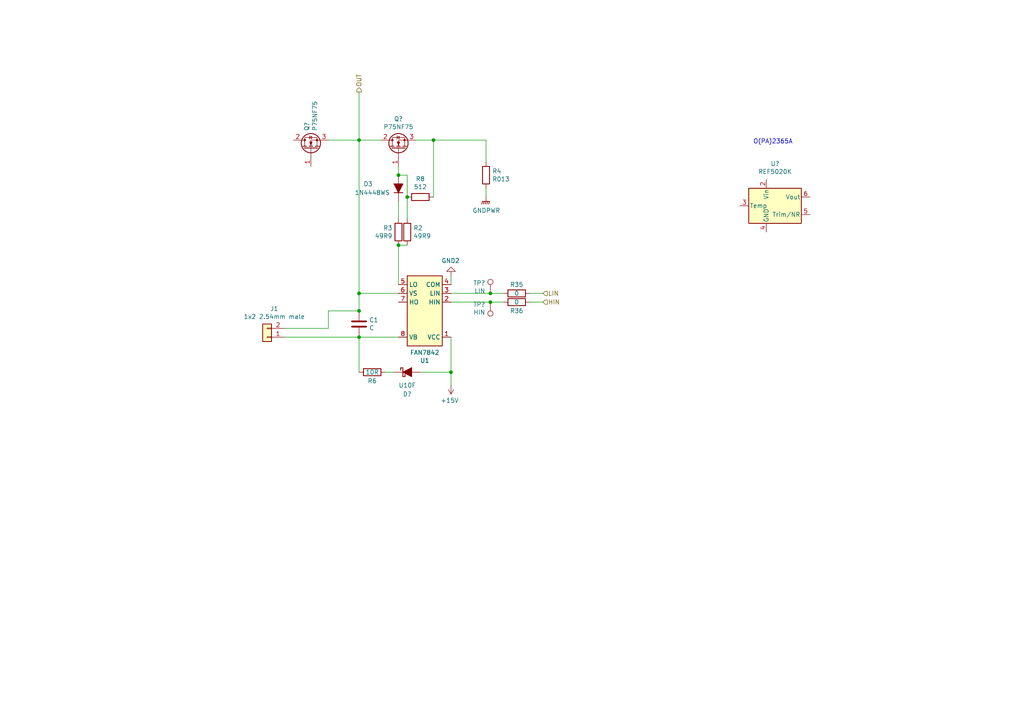
<source format=kicad_sch>
(kicad_sch (version 20211123) (generator eeschema)
  (paper "A4")
  (lib_symbols
    (symbol "Connector:TestPoint" (pin_numbers hide) (pin_names (offset 0.762) hide)
      (property "Reference" "TP" (at 0 6.858 0))
      (property "Value" "TestPoint" (at 0 5.08 0))
      (symbol "TestPoint_0_1"
        (circle (center 0 3.302) (radius 0.762))
      )
      (symbol "TestPoint_1_1"
        (pin passive line (at 0 0 90) (length 2.54) (name "1") (number "1"))
      )
    )
    (symbol "Connector_Generic:Conn_01x02" (pin_names (offset 1.016) hide)
      (property "Reference" "J" (at 0 2.54 0))
      (property "Value" "Conn_01x02" (at 0 -5.08 0))
      (symbol "Conn_01x02_1_1"
        (rectangle (start -1.27 -2.413) (end 0 -2.667) (stroke (width 0.1524)))
        (rectangle (start -1.27 0.127) (end 0 -0.127) (stroke (width 0.1524)))
        (rectangle (start -1.27 1.27) (end 1.27 -3.81) (stroke (width 0.254)) (fill (type background)))
        (pin passive line (at -5.08 0 0) (length 3.81) (name "Pin_1") (number "1"))
        (pin passive line (at -5.08 -2.54 0) (length 3.81) (name "Pin_2") (number "2"))
      )
    )
    (symbol "Device:C" (pin_numbers hide) (pin_names (offset 0.254))
      (property "Reference" "C" (at 0.635 2.54 0))
      (property "Value" "C" (at 0.635 -2.54 0))
      (symbol "C_0_1"
        (polyline (pts (xy -2.032 -0.762) (xy 2.032 -0.762)) (stroke (width 0.508)))
        (polyline (pts (xy -2.032 0.762) (xy 2.032 0.762)) (stroke (width 0.508)))
      )
      (symbol "C_1_1"
        (pin passive line (at 0 3.81 270) (length 2.794) (name "~") (number "1"))
        (pin passive line (at 0 -3.81 90) (length 2.794) (name "~") (number "2"))
      )
    )
    (symbol "Device:D_Filled" (pin_numbers hide) (pin_names (offset 1.016) hide)
      (property "Reference" "D" (at 0 2.54 0))
      (property "Value" "D_Filled" (at 0 -2.54 0))
      (symbol "D_Filled_0_1"
        (polyline (pts (xy -1.27 1.27) (xy -1.27 -1.27)) (stroke (width 0.254)))
        (polyline (pts (xy 1.27 0) (xy -1.27 0)))
        (polyline (pts (xy 1.27 1.27) (xy 1.27 -1.27) (xy -1.27 0) (xy 1.27 1.27)) (stroke (width 0.254)) (fill (type outline)))
      )
      (symbol "D_Filled_1_1"
        (pin passive line (at -3.81 0 0) (length 2.54) (name "K") (number "1"))
        (pin passive line (at 3.81 0 180) (length 2.54) (name "A") (number "2"))
      )
    )
    (symbol "Device:D_Schottky_Filled" (pin_numbers hide) (pin_names (offset 1.016) hide)
      (property "Reference" "D" (at 0 2.54 0))
      (property "Value" "D_Schottky_Filled" (at 0 -2.54 0))
      (symbol "D_Schottky_Filled_0_1"
        (polyline (pts (xy 1.27 0) (xy -1.27 0)))
        (polyline (pts (xy 1.27 1.27) (xy 1.27 -1.27) (xy -1.27 0) (xy 1.27 1.27)) (stroke (width 0.254)) (fill (type outline)))
        (polyline (pts (xy -1.905 0.635) (xy -1.905 1.27) (xy -1.27 1.27) (xy -1.27 -1.27) (xy -0.635 -1.27) (xy -0.635 -0.635)) (stroke (width 0.254)))
      )
      (symbol "D_Schottky_Filled_1_1"
        (pin passive line (at -3.81 0 0) (length 2.54) (name "K") (number "1"))
        (pin passive line (at 3.81 0 180) (length 2.54) (name "A") (number "2"))
      )
    )
    (symbol "Device:Q_NMOS_GDS" (pin_names (offset 0) hide)
      (property "Reference" "Q" (at 5.08 1.27 0))
      (property "Value" "Q_NMOS_GDS" (at 5.08 -1.27 0))
      (symbol "Q_NMOS_GDS_0_1"
        (polyline (pts (xy 0.254 0) (xy -2.54 0)))
        (polyline (pts (xy 0.254 1.905) (xy 0.254 -1.905)) (stroke (width 0.254)))
        (polyline (pts (xy 0.762 -1.27) (xy 0.762 -2.286)) (stroke (width 0.254)))
        (polyline (pts (xy 0.762 0.508) (xy 0.762 -0.508)) (stroke (width 0.254)))
        (polyline (pts (xy 0.762 2.286) (xy 0.762 1.27)) (stroke (width 0.254)))
        (polyline (pts (xy 2.54 2.54) (xy 2.54 1.778)))
        (polyline (pts (xy 2.54 -2.54) (xy 2.54 0) (xy 0.762 0)))
        (polyline (pts (xy 0.762 -1.778) (xy 3.302 -1.778) (xy 3.302 1.778) (xy 0.762 1.778)))
        (polyline (pts (xy 1.016 0) (xy 2.032 0.381) (xy 2.032 -0.381) (xy 1.016 0)) (fill (type outline)))
        (polyline (pts (xy 2.794 0.508) (xy 2.921 0.381) (xy 3.683 0.381) (xy 3.81 0.254)))
        (polyline (pts (xy 3.302 0.381) (xy 2.921 -0.254) (xy 3.683 -0.254) (xy 3.302 0.381)))
        (circle (center 1.651 0) (radius 2.794) (stroke (width 0.254)))
        (circle (center 2.54 -1.778) (radius 0.254) (fill (type outline)))
        (circle (center 2.54 1.778) (radius 0.254) (fill (type outline)))
      )
      (symbol "Q_NMOS_GDS_1_1"
        (pin input line (at -5.08 0 0) (length 2.54) (name "G") (number "1"))
        (pin passive line (at 2.54 5.08 270) (length 2.54) (name "D") (number "2"))
        (pin passive line (at 2.54 -5.08 90) (length 2.54) (name "S") (number "3"))
      )
    )
    (symbol "Device:R" (pin_numbers hide) (pin_names (offset 0))
      (property "Reference" "R" (at 2.032 0 90))
      (property "Value" "R" (at 0 0 90))
      (symbol "R_0_1"
        (rectangle (start -1.016 -2.54) (end 1.016 2.54) (stroke (width 0.254)))
      )
      (symbol "R_1_1"
        (pin passive line (at 0 3.81 270) (length 1.27) (name "~") (number "1"))
        (pin passive line (at 0 -3.81 90) (length 1.27) (name "~") (number "2"))
      )
    )
    (symbol "Driver_FET:FAN7842"
      (property "Reference" "U" (at 0 13.97 0))
      (property "Value" "FAN7842" (at 0 11.43 0))
      (symbol "FAN7842_0_1"
        (rectangle (start -5.08 10.16) (end 5.08 -10.16) (stroke (width 0.254)) (fill (type background)))
      )
      (symbol "FAN7842_1_1"
        (pin power_in line (at -7.62 7.62 0) (length 2.54) (name "VCC") (number "1"))
        (pin input line (at -7.62 -2.54 0) (length 2.54) (name "HIN") (number "2"))
        (pin input line (at -7.62 -5.08 0) (length 2.54) (name "LIN") (number "3"))
        (pin power_in line (at -7.62 -7.62 0) (length 2.54) (name "COM") (number "4"))
        (pin output line (at 7.62 -7.62 180) (length 2.54) (name "LO") (number "5"))
        (pin passive line (at 7.62 -5.08 180) (length 2.54) (name "VS") (number "6"))
        (pin output line (at 7.62 -2.54 180) (length 2.54) (name "HO") (number "7"))
        (pin passive line (at 7.62 7.62 180) (length 2.54) (name "VB") (number "8"))
      )
    )
    (symbol "Reference_Voltage:REF5020AD" (pin_names (offset 0.254))
      (property "Reference" "U" (at -1.27 8.255 0))
      (property "Value" "REF5020AD" (at -1.27 6.35 0))
      (symbol "REF5020AD_0_1"
        (rectangle (start -7.62 5.08) (end 7.62 -5.08) (stroke (width 0.254)) (fill (type background)))
      )
      (symbol "REF5020AD_1_1"
        (pin no_connect line (at -7.62 2.54 0) (length 2.54) hide (name "DNC") (number "1"))
        (pin power_in line (at -2.54 7.62 270) (length 2.54) (name "Vin") (number "2"))
        (pin passive line (at -10.16 0 0) (length 2.54) (name "Temp") (number "3"))
        (pin power_in line (at -2.54 -7.62 90) (length 2.54) (name "GND") (number "4"))
        (pin passive line (at 10.16 -2.54 180) (length 2.54) (name "Trim/NR") (number "5"))
        (pin power_out line (at 10.16 2.54 180) (length 2.54) (name "Vout") (number "6"))
        (pin no_connect line (at -5.08 -5.08 90) (length 2.54) hide (name "NC") (number "7"))
        (pin no_connect line (at 7.62 0 180) (length 2.54) hide (name "DNC") (number "8"))
      )
    )
    (symbol "power:+15V" (power) (pin_names (offset 0))
      (property "Value" "+15V" (at 0 3.556 0))
      (symbol "+15V_0_1"
        (polyline (pts (xy -0.762 1.27) (xy 0 2.54)))
        (polyline (pts (xy 0 0) (xy 0 2.54)))
        (polyline (pts (xy 0 2.54) (xy 0.762 1.27)))
      )
      (symbol "+15V_1_1"
        (pin power_in line (at 0 0 90) (length 0) hide (name "+15V") (number "1"))
      )
    )
    (symbol "power:GND2" (power) (pin_names (offset 0))
      (property "Value" "GND2" (at 0 -3.81 0))
      (symbol "GND2_0_1"
        (polyline (pts (xy 0 0) (xy 0 -1.27) (xy 1.27 -1.27) (xy 0 -2.54) (xy -1.27 -1.27) (xy 0 -1.27)))
      )
      (symbol "GND2_1_1"
        (pin power_in line (at 0 0 270) (length 0) hide (name "GND2") (number "1"))
      )
    )
    (symbol "power:GNDPWR" (power) (pin_names (offset 0))
      (property "Value" "GNDPWR" (at 0 -3.302 0))
      (symbol "GNDPWR_0_1"
        (polyline (pts (xy 0 -1.27) (xy 0 0)))
        (polyline (pts (xy -1.016 -1.27) (xy -1.27 -2.032) (xy -1.27 -2.032)) (stroke (width 0.2032)))
        (polyline (pts (xy -0.508 -1.27) (xy -0.762 -2.032) (xy -0.762 -2.032)) (stroke (width 0.2032)))
        (polyline (pts (xy 0 -1.27) (xy -0.254 -2.032) (xy -0.254 -2.032)) (stroke (width 0.2032)))
        (polyline (pts (xy 0.508 -1.27) (xy 0.254 -2.032) (xy 0.254 -2.032)) (stroke (width 0.2032)))
        (polyline (pts (xy 1.016 -1.27) (xy -1.016 -1.27) (xy -1.016 -1.27)) (stroke (width 0.2032)))
        (polyline (pts (xy 1.016 -1.27) (xy 0.762 -2.032) (xy 0.762 -2.032) (xy 0.762 -2.032)) (stroke (width 0.2032)))
      )
      (symbol "GNDPWR_1_1"
        (pin power_in line (at 0 0 270) (length 0) hide (name "GNDPWR") (number "1"))
      )
    )
  )
  (junction (at 115.57 50.8))
  (junction (at 130.81 107.95))
  (junction (at 142.24 85.09))
  (junction (at 125.73 40.64))
  (junction (at 142.24 87.63))
  (junction (at 104.14 97.79))
  (junction (at 115.57 71.12))
  (junction (at 104.14 85.09))
  (junction (at 104.14 90.17))
  (junction (at 104.14 40.64))
  (junction (at 118.11 57.15))
  (wire (pts (xy 153.67 85.09) (xy 157.48 85.09)))
  (wire (pts (xy 104.14 40.64) (xy 110.49 40.64)))
  (wire (pts (xy 115.57 50.8) (xy 118.11 50.8)))
  (wire (pts (xy 95.25 95.25) (xy 95.25 90.17)))
  (wire (pts (xy 118.11 57.15) (xy 118.11 63.5)))
  (wire (pts (xy 104.14 97.79) (xy 104.14 107.95)))
  (wire (pts (xy 115.57 85.09) (xy 104.14 85.09)))
  (wire (pts (xy 130.81 80.01) (xy 130.81 82.55)))
  (wire (pts (xy 104.14 97.79) (xy 82.55 97.79)))
  (wire (pts (xy 125.73 40.64) (xy 140.97 40.64)))
  (wire (pts (xy 115.57 50.8) (xy 115.57 48.26)))
  (wire (pts (xy 115.57 97.79) (xy 104.14 97.79)))
  (wire (pts (xy 130.81 107.95) (xy 130.81 97.79)))
  (wire (pts (xy 95.25 90.17) (xy 104.14 90.17)))
  (wire (pts (xy 82.55 95.25) (xy 95.25 95.25)))
  (wire (pts (xy 130.81 111.76) (xy 130.81 107.95)))
  (wire (pts (xy 121.92 107.95) (xy 130.81 107.95)))
  (wire (pts (xy 104.14 40.64) (xy 104.14 26.67)))
  (wire (pts (xy 140.97 40.64) (xy 140.97 46.99)))
  (wire (pts (xy 142.24 85.09) (xy 130.81 85.09)))
  (wire (pts (xy 140.97 57.15) (xy 140.97 54.61)))
  (wire (pts (xy 130.81 87.63) (xy 142.24 87.63)))
  (wire (pts (xy 146.05 85.09) (xy 142.24 85.09)))
  (wire (pts (xy 111.76 107.95) (xy 114.3 107.95)))
  (wire (pts (xy 104.14 40.64) (xy 104.14 85.09)))
  (wire (pts (xy 157.48 87.63) (xy 153.67 87.63)))
  (wire (pts (xy 142.24 87.63) (xy 146.05 87.63)))
  (wire (pts (xy 115.57 58.42) (xy 115.57 63.5)))
  (wire (pts (xy 95.25 40.64) (xy 104.14 40.64)))
  (wire (pts (xy 120.65 40.64) (xy 125.73 40.64)))
  (wire (pts (xy 115.57 82.55) (xy 115.57 71.12)))
  (wire (pts (xy 104.14 85.09) (xy 104.14 90.17)))
  (wire (pts (xy 118.11 50.8) (xy 118.11 57.15)))
  (wire (pts (xy 125.73 57.15) (xy 125.73 40.64)))
  (wire (pts (xy 115.57 71.12) (xy 118.11 71.12)))
  (text "O(PA)2365A" (at 218.44 41.91 0) (effects (font (size 1.27 1.27)) (justify left bottom)))
  (hierarchical_label "OUT" (shape output) (at 104.14 26.67 90))
  (hierarchical_label "LIN" (shape input) (at 157.48 85.09 0))
  (hierarchical_label "HIN" (shape input) (at 157.48 87.63 0))
  (symbol (lib_id "Reference_Voltage:REF5020AD") (at 224.79 59.69 0) (unit 1)
    (property "Reference" "U?" (at 224.79 47.4726 0))
    (property "Value" "REF5020K" (at 224.79 49.784 0))
    (property "Footprint" "Package_SO:SOIC-8_3.9x4.9mm_P1.27mm" (effects hide))
    (property "Datasheet" "http://www.ti.com/lit/ds/symlink/ref5030.pdf" (effects hide))
  )
  (symbol (lib_id "Driver_FET:FAN7842") (at 123.19 90.17 180) (unit 1)
    (property "Reference" "U1" (at 123.19 104.5718 0))
    (property "Value" "FAN7842" (at 123.19 102.2604 0))
    (property "Footprint" "Package_SO:SOIC-8_3.9x4.9mm_P1.27mm" (effects hide))
    (property "Datasheet" "http://www.onsemi.com/pub/Collateral/FAN7842-D.pdf" (effects hide))
  )
  (symbol (lib_id "Device:Q_NMOS_GDS") (at 90.17 43.18 90) (unit 1)
    (property "Reference" "Q?" (at 89.0016 37.9984 0) (effects (justify left)))
    (property "Value" "P75NF75" (at 91.313 37.9984 0) (effects (justify left)))
  )
  (symbol (lib_id "Device:Q_NMOS_GDS") (at 115.57 43.18 90) (unit 1)
    (property "Reference" "Q?" (at 115.57 34.4932 90))
    (property "Value" "P75NF75" (at 115.57 36.8046 90))
  )
  (symbol (lib_id "Connector:TestPoint") (at 142.24 87.63 0) (mirror x) (unit 1)
    (property "Reference" "TP?" (at 140.7668 88.2904 0) (effects (justify right)))
    (property "Value" "HIN" (at 140.7668 90.6018 0) (effects (justify right)))
  )
  (symbol (lib_id "Connector:TestPoint") (at 142.24 85.09 0) (mirror y) (unit 1)
    (property "Reference" "TP?" (at 140.7668 82.0928 0) (effects (justify left)))
    (property "Value" "LIN" (at 140.7668 84.4042 0) (effects (justify left)))
  )
  (symbol (lib_id "power:GND2") (at 130.81 80.01 180) (unit 1)
    (property "Reference" "#PWR?" (effects hide))
    (property "Value" "GND2" (at 130.683 75.6158 0))
  )
  (symbol (lib_id "Device:R") (at 149.86 87.63 270) (unit 1)
    (property "Reference" "R36" (at 149.86 90.17 90))
    (property "Value" "0" (at 149.86 87.63 90))
  )
  (symbol (lib_id "Device:R") (at 149.86 85.09 270) (unit 1)
    (property "Reference" "R35" (at 149.86 82.55 90))
    (property "Value" "0" (at 149.86 85.09 90))
  )
  (symbol (lib_id "Device:R") (at 118.11 67.31 0) (unit 1)
    (property "Reference" "R2" (at 119.888 66.1416 0) (effects (justify left)))
    (property "Value" "49R9" (at 119.888 68.453 0) (effects (justify left)))
  )
  (symbol (lib_id "Device:R") (at 115.57 67.31 0) (mirror x) (unit 1)
    (property "Reference" "R3" (at 113.8174 66.1416 0) (effects (justify right)))
    (property "Value" "49R9" (at 113.8174 68.453 0) (effects (justify right)))
  )
  (symbol (lib_id "power:GNDPWR") (at 140.97 57.15 0) (unit 1)
    (property "Reference" "#PWR?" (effects hide))
    (property "Value" "GNDPWR" (at 141.0716 61.0616 0))
  )
  (symbol (lib_id "Device:R") (at 140.97 50.8 0) (unit 1)
    (property "Reference" "R4" (at 142.748 49.6316 0) (effects (justify left)))
    (property "Value" "R013" (at 142.748 51.943 0) (effects (justify left)))
  )
  (symbol (lib_id "Device:R") (at 121.92 57.15 270) (unit 1)
    (property "Reference" "R8" (at 121.92 51.8922 90))
    (property "Value" "512" (at 121.92 54.2036 90))
  )
  (symbol (lib_id "Device:R") (at 107.95 107.95 270) (unit 1)
    (property "Reference" "R6" (at 107.95 110.49 90))
    (property "Value" "10R" (at 107.95 107.95 90))
  )
  (symbol (lib_id "Device:C") (at 104.14 93.98 0) (unit 1)
    (property "Reference" "C1" (at 107.061 92.8116 0) (effects (justify left)))
    (property "Value" "C" (at 107.061 95.123 0) (effects (justify left)))
  )
  (symbol (lib_id "Connector_Generic:Conn_01x02") (at 77.47 97.79 180) (unit 1)
    (property "Reference" "J1" (at 79.5528 89.535 0))
    (property "Value" "1x2 2.54mm male" (at 79.5528 91.8464 0))
  )
  (symbol (lib_id "power:+15V") (at 130.81 111.76 180) (unit 1)
    (property "Reference" "#PWR?" (effects hide))
    (property "Value" "+15V" (at 130.429 116.1542 0))
  )
  (symbol (lib_id "Device:D_Filled") (at 115.57 54.61 90) (unit 1)
    (property "Reference" "D3" (at 105.41 53.34 90) (effects (justify right)))
    (property "Value" "1N4448WS" (at 102.87 55.88 90) (effects (justify right)))
  )
  (symbol (lib_id "Device:D_Schottky_Filled") (at 118.11 107.95 0) (unit 1)
    (property "Reference" "D?" (at 118.11 114.3 0))
    (property "Value" "U10F" (at 118.11 111.76 0))
  )
)
</source>
